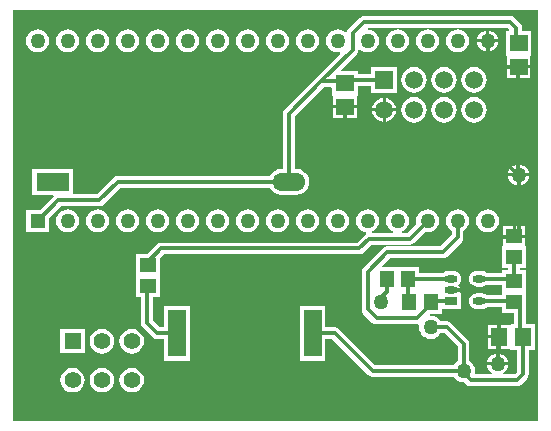
<source format=gbl>
%FSLAX25Y25*%
%MOIN*%
G70*
G01*
G75*
G04 Layer_Physical_Order=2*
G04 Layer_Color=16711680*
%ADD10R,0.04724X0.05512*%
%ADD11R,0.04724X0.04724*%
%ADD12O,0.03937X0.01181*%
%ADD13R,0.03937X0.01181*%
%ADD14R,0.05906X0.05512*%
%ADD15R,0.02992X0.04724*%
%ADD16R,0.05512X0.05906*%
%ADD17C,0.01300*%
%ADD18C,0.01000*%
%ADD19R,0.05906X0.05906*%
%ADD20C,0.05906*%
%ADD21R,0.11000X0.06000*%
%ADD22O,0.11000X0.06000*%
%ADD23R,0.05000X0.05000*%
%ADD24C,0.05000*%
%ADD25C,0.05512*%
%ADD26R,0.05512X0.05512*%
%ADD27R,0.05512X0.04724*%
%ADD28R,0.05906X0.15748*%
%ADD29O,0.04331X0.02559*%
%ADD30R,0.04331X0.02559*%
G36*
X177409Y2362D02*
X2409D01*
Y139332D01*
X177409D01*
Y2362D01*
D02*
G37*
%LPC*%
G36*
X70542Y72791D02*
X69550Y72661D01*
X68625Y72278D01*
X67831Y71669D01*
X67222Y70875D01*
X66839Y69951D01*
X66709Y68959D01*
X66839Y67967D01*
X67222Y67042D01*
X67831Y66249D01*
X68625Y65639D01*
X69550Y65257D01*
X70542Y65126D01*
X71534Y65257D01*
X72458Y65639D01*
X73252Y66249D01*
X73861Y67042D01*
X74244Y67967D01*
X74375Y68959D01*
X74244Y69951D01*
X73861Y70875D01*
X73252Y71669D01*
X72458Y72278D01*
X71534Y72661D01*
X70542Y72791D01*
D02*
G37*
G36*
X80542D02*
X79550Y72661D01*
X78625Y72278D01*
X77832Y71669D01*
X77222Y70875D01*
X76840Y69951D01*
X76709Y68959D01*
X76840Y67967D01*
X77222Y67042D01*
X77832Y66249D01*
X78625Y65639D01*
X79550Y65257D01*
X80542Y65126D01*
X81534Y65257D01*
X82458Y65639D01*
X83252Y66249D01*
X83861Y67042D01*
X84244Y67967D01*
X84374Y68959D01*
X84244Y69951D01*
X83861Y70875D01*
X83252Y71669D01*
X82458Y72278D01*
X81534Y72661D01*
X80542Y72791D01*
D02*
G37*
G36*
X90542D02*
X89550Y72661D01*
X88625Y72278D01*
X87831Y71669D01*
X87222Y70875D01*
X86839Y69951D01*
X86709Y68959D01*
X86839Y67967D01*
X87222Y67042D01*
X87831Y66249D01*
X88625Y65639D01*
X89550Y65257D01*
X90542Y65126D01*
X91534Y65257D01*
X92458Y65639D01*
X93252Y66249D01*
X93861Y67042D01*
X94244Y67967D01*
X94375Y68959D01*
X94244Y69951D01*
X93861Y70875D01*
X93252Y71669D01*
X92458Y72278D01*
X91534Y72661D01*
X90542Y72791D01*
D02*
G37*
G36*
X60542D02*
X59550Y72661D01*
X58625Y72278D01*
X57832Y71669D01*
X57222Y70875D01*
X56840Y69951D01*
X56709Y68959D01*
X56840Y67967D01*
X57222Y67042D01*
X57832Y66249D01*
X58625Y65639D01*
X59550Y65257D01*
X60542Y65126D01*
X61534Y65257D01*
X62458Y65639D01*
X63252Y66249D01*
X63861Y67042D01*
X64244Y67967D01*
X64375Y68959D01*
X64244Y69951D01*
X63861Y70875D01*
X63252Y71669D01*
X62458Y72278D01*
X61534Y72661D01*
X60542Y72791D01*
D02*
G37*
G36*
X30542D02*
X29550Y72661D01*
X28625Y72278D01*
X27832Y71669D01*
X27222Y70875D01*
X26840Y69951D01*
X26709Y68959D01*
X26840Y67967D01*
X27222Y67042D01*
X27832Y66249D01*
X28625Y65639D01*
X29550Y65257D01*
X30542Y65126D01*
X31534Y65257D01*
X32458Y65639D01*
X33252Y66249D01*
X33861Y67042D01*
X34244Y67967D01*
X34374Y68959D01*
X34244Y69951D01*
X33861Y70875D01*
X33252Y71669D01*
X32458Y72278D01*
X31534Y72661D01*
X30542Y72791D01*
D02*
G37*
G36*
X40542D02*
X39550Y72661D01*
X38625Y72278D01*
X37832Y71669D01*
X37222Y70875D01*
X36840Y69951D01*
X36709Y68959D01*
X36840Y67967D01*
X37222Y67042D01*
X37832Y66249D01*
X38625Y65639D01*
X39550Y65257D01*
X40542Y65126D01*
X41534Y65257D01*
X42458Y65639D01*
X43252Y66249D01*
X43861Y67042D01*
X44244Y67967D01*
X44374Y68959D01*
X44244Y69951D01*
X43861Y70875D01*
X43252Y71669D01*
X42458Y72278D01*
X41534Y72661D01*
X40542Y72791D01*
D02*
G37*
G36*
X50542D02*
X49550Y72661D01*
X48625Y72278D01*
X47831Y71669D01*
X47222Y70875D01*
X46839Y69951D01*
X46709Y68959D01*
X46839Y67967D01*
X47222Y67042D01*
X47831Y66249D01*
X48625Y65639D01*
X49550Y65257D01*
X50542Y65126D01*
X51534Y65257D01*
X52458Y65639D01*
X53252Y66249D01*
X53861Y67042D01*
X54244Y67967D01*
X54374Y68959D01*
X54244Y69951D01*
X53861Y70875D01*
X53252Y71669D01*
X52458Y72278D01*
X51534Y72661D01*
X50542Y72791D01*
D02*
G37*
G36*
X100542D02*
X99550Y72661D01*
X98625Y72278D01*
X97831Y71669D01*
X97222Y70875D01*
X96839Y69951D01*
X96709Y68959D01*
X96839Y67967D01*
X97222Y67042D01*
X97831Y66249D01*
X98625Y65639D01*
X99550Y65257D01*
X100542Y65126D01*
X101534Y65257D01*
X102458Y65639D01*
X103252Y66249D01*
X103861Y67042D01*
X104244Y67967D01*
X104375Y68959D01*
X104244Y69951D01*
X103861Y70875D01*
X103252Y71669D01*
X102458Y72278D01*
X101534Y72661D01*
X100542Y72791D01*
D02*
G37*
G36*
X170409Y87796D02*
X169995Y87742D01*
X169144Y87389D01*
X168413Y86828D01*
X167852Y86097D01*
X167499Y85245D01*
X167445Y84832D01*
X170409D01*
Y87796D01*
D02*
G37*
G36*
X171409D02*
Y84832D01*
X174373D01*
X174319Y85245D01*
X173966Y86097D01*
X173405Y86828D01*
X172674Y87389D01*
X171823Y87742D01*
X171409Y87796D01*
D02*
G37*
G36*
X136042Y110248D02*
X134932Y110102D01*
X133897Y109674D01*
X133009Y108992D01*
X132327Y108103D01*
X131898Y107069D01*
X131752Y105959D01*
X131898Y104849D01*
X132327Y103814D01*
X133009Y102926D01*
X133897Y102244D01*
X134932Y101815D01*
X136042Y101669D01*
X137152Y101815D01*
X138186Y102244D01*
X139075Y102926D01*
X139756Y103814D01*
X140185Y104849D01*
X140331Y105959D01*
X140185Y107069D01*
X139756Y108103D01*
X139075Y108992D01*
X138186Y109674D01*
X137152Y110102D01*
X136042Y110248D01*
D02*
G37*
G36*
X174373Y83832D02*
X171409D01*
Y80867D01*
X171823Y80922D01*
X172674Y81274D01*
X173405Y81835D01*
X173966Y82566D01*
X174319Y83418D01*
X174373Y83832D01*
D02*
G37*
G36*
X110542Y72791D02*
X109550Y72661D01*
X108625Y72278D01*
X107832Y71669D01*
X107222Y70875D01*
X106840Y69951D01*
X106709Y68959D01*
X106840Y67967D01*
X107222Y67042D01*
X107832Y66249D01*
X108625Y65639D01*
X109550Y65257D01*
X110542Y65126D01*
X111534Y65257D01*
X112458Y65639D01*
X113252Y66249D01*
X113861Y67042D01*
X114244Y67967D01*
X114374Y68959D01*
X114244Y69951D01*
X113861Y70875D01*
X113252Y71669D01*
X112458Y72278D01*
X111534Y72661D01*
X110542Y72791D01*
D02*
G37*
G36*
X160542D02*
X159550Y72661D01*
X158625Y72278D01*
X157832Y71669D01*
X157222Y70875D01*
X156840Y69951D01*
X156709Y68959D01*
X156840Y67967D01*
X157222Y67042D01*
X157832Y66249D01*
X158625Y65639D01*
X159550Y65257D01*
X160542Y65126D01*
X161534Y65257D01*
X162458Y65639D01*
X163252Y66249D01*
X163861Y67042D01*
X164244Y67967D01*
X164374Y68959D01*
X164244Y69951D01*
X163861Y70875D01*
X163252Y71669D01*
X162458Y72278D01*
X161534Y72661D01*
X160542Y72791D01*
D02*
G37*
G36*
X170409Y83832D02*
X167445D01*
X167499Y83418D01*
X167852Y82566D01*
X168413Y81835D01*
X169144Y81274D01*
X169995Y80922D01*
X170409Y80867D01*
Y83832D01*
D02*
G37*
G36*
X163409Y24796D02*
X162995Y24742D01*
X162144Y24389D01*
X161413Y23828D01*
X160852Y23097D01*
X160499Y22245D01*
X160445Y21832D01*
X163409D01*
Y24796D01*
D02*
G37*
G36*
X164409D02*
Y21832D01*
X167373D01*
X167319Y22245D01*
X166966Y23097D01*
X166405Y23828D01*
X165674Y24389D01*
X164823Y24742D01*
X164409Y24796D01*
D02*
G37*
G36*
X32072Y32949D02*
X31013Y32809D01*
X30027Y32401D01*
X29179Y31751D01*
X28529Y30903D01*
X28120Y29917D01*
X27981Y28858D01*
X28120Y27799D01*
X28529Y26812D01*
X29179Y25965D01*
X30027Y25315D01*
X31013Y24906D01*
X32072Y24767D01*
X33131Y24906D01*
X34117Y25315D01*
X34965Y25965D01*
X35615Y26812D01*
X36024Y27799D01*
X36163Y28858D01*
X36024Y29917D01*
X35615Y30903D01*
X34965Y31751D01*
X34117Y32401D01*
X33131Y32809D01*
X32072Y32949D01*
D02*
G37*
G36*
X150542Y72791D02*
X149550Y72661D01*
X148625Y72278D01*
X147831Y71669D01*
X147222Y70875D01*
X146839Y69951D01*
X146709Y68959D01*
X146839Y67967D01*
X147222Y67042D01*
X147831Y66249D01*
X148554Y65694D01*
Y64282D01*
X144718Y60447D01*
X127042D01*
X126281Y60296D01*
X125636Y59865D01*
X119136Y53365D01*
X118705Y52719D01*
X118553Y51959D01*
Y39459D01*
X118705Y38698D01*
X119136Y38053D01*
X122136Y35053D01*
X122781Y34622D01*
X123542Y34470D01*
X136874D01*
X137375Y34570D01*
X137804Y34179D01*
X137709Y33459D01*
X137839Y32467D01*
X138222Y31542D01*
X138831Y30749D01*
X139625Y30139D01*
X140550Y29757D01*
X141542Y29626D01*
X142534Y29757D01*
X143458Y30139D01*
X144252Y30749D01*
X144806Y31471D01*
X146218D01*
X150554Y27135D01*
Y22223D01*
X149831Y21669D01*
X149277Y20947D01*
X123049D01*
X111091Y32906D01*
X110445Y33337D01*
X109685Y33488D01*
X106528D01*
Y40674D01*
X98023D01*
Y22326D01*
X106528D01*
Y29512D01*
X108861D01*
X120820Y17553D01*
X121465Y17122D01*
X122226Y16971D01*
X149277D01*
X149831Y16249D01*
X150625Y15639D01*
X151550Y15257D01*
X152542Y15126D01*
X152773Y15156D01*
X153503Y14426D01*
X154148Y13995D01*
X154909Y13843D01*
X170409D01*
X171170Y13995D01*
X171815Y14426D01*
X173752Y16363D01*
X174183Y17008D01*
X174334Y17769D01*
Y26079D01*
X176402D01*
Y34584D01*
X173397D01*
Y38126D01*
X173465D01*
Y45213D01*
Y52537D01*
X171397D01*
Y53126D01*
X173465D01*
Y60137D01*
X173465Y60257D01*
Y60451D01*
Y60451D01*
X173165Y60826D01*
Y60950D01*
Y63375D01*
X165653D01*
Y60950D01*
Y60826D01*
X165353Y60451D01*
Y60451D01*
Y60257D01*
X165353Y60137D01*
Y53126D01*
X167421D01*
Y52537D01*
X165353D01*
Y51687D01*
X160298D01*
X159953Y51952D01*
X159325Y52212D01*
X158652Y52301D01*
X156880D01*
X156207Y52212D01*
X155579Y51952D01*
X155041Y51539D01*
X154627Y51000D01*
X154367Y50372D01*
X154278Y49699D01*
X154367Y49025D01*
X154627Y48398D01*
X155041Y47859D01*
X155579Y47446D01*
X156207Y47186D01*
X156880Y47097D01*
X158652D01*
X159325Y47186D01*
X159953Y47446D01*
X160298Y47711D01*
X165353D01*
Y45213D01*
Y44207D01*
X160298D01*
X159953Y44472D01*
X159325Y44732D01*
X158652Y44820D01*
X156880D01*
X156207Y44732D01*
X155579Y44472D01*
X155041Y44058D01*
X154627Y43519D01*
X154367Y42892D01*
X154278Y42219D01*
X154367Y41545D01*
X154627Y40918D01*
X155041Y40379D01*
X155579Y39965D01*
X156207Y39705D01*
X156880Y39617D01*
X158652D01*
X159325Y39705D01*
X159953Y39965D01*
X160298Y40230D01*
X165353D01*
Y38126D01*
X169421D01*
Y34938D01*
X169067Y34584D01*
X168604D01*
X168483Y34584D01*
X168290D01*
X168290D01*
X167914Y34284D01*
X167790D01*
X164972D01*
Y30332D01*
Y26379D01*
X167790D01*
X167914D01*
X168290Y26079D01*
X168290D01*
X168483D01*
X168604Y26079D01*
X170358D01*
Y18592D01*
X169586Y17820D01*
X165873D01*
X165745Y18111D01*
X165733Y18320D01*
X166405Y18835D01*
X166966Y19567D01*
X167319Y20418D01*
X167373Y20832D01*
X160445D01*
X160499Y20418D01*
X160852Y19567D01*
X161413Y18835D01*
X162085Y18320D01*
X162073Y18111D01*
X161945Y17820D01*
X156692D01*
X156290Y18320D01*
X156375Y18959D01*
X156244Y19951D01*
X155861Y20875D01*
X155252Y21669D01*
X154530Y22223D01*
Y27959D01*
X154378Y28719D01*
X153947Y29365D01*
X148448Y34865D01*
X147802Y35296D01*
X147042Y35447D01*
X144806D01*
X144252Y36169D01*
X143458Y36778D01*
X142534Y37161D01*
X141601Y37284D01*
X141464Y37459D01*
X141321Y37767D01*
X141410Y37903D01*
X145247D01*
Y39639D01*
X151783D01*
Y44798D01*
X151725D01*
X151396Y45298D01*
X151428Y45459D01*
X148317D01*
Y46459D01*
X151428D01*
X151350Y46848D01*
X150847Y47602D01*
X151143Y47990D01*
X151456Y48398D01*
X151716Y49025D01*
X151805Y49699D01*
X151716Y50372D01*
X151456Y51000D01*
X151043Y51539D01*
X150504Y51952D01*
X149876Y52212D01*
X149203Y52301D01*
X147431D01*
X146758Y52212D01*
X146131Y51952D01*
X145785Y51687D01*
X137747D01*
Y53515D01*
X125563D01*
X125371Y53977D01*
X127865Y56471D01*
X145542D01*
X146302Y56622D01*
X146948Y57053D01*
X151947Y62053D01*
X152378Y62698D01*
X152530Y63459D01*
Y65694D01*
X153252Y66249D01*
X153861Y67042D01*
X154244Y67967D01*
X154375Y68959D01*
X154244Y69951D01*
X153861Y70875D01*
X153252Y71669D01*
X152458Y72278D01*
X151534Y72661D01*
X150542Y72791D01*
D02*
G37*
G36*
X22229Y19957D02*
X21171Y19817D01*
X20184Y19409D01*
X19337Y18759D01*
X18687Y17911D01*
X18278Y16925D01*
X18138Y15866D01*
X18278Y14807D01*
X18687Y13821D01*
X19337Y12973D01*
X20184Y12323D01*
X21171Y11914D01*
X22229Y11775D01*
X23288Y11914D01*
X24275Y12323D01*
X25122Y12973D01*
X25772Y13821D01*
X26181Y14807D01*
X26320Y15866D01*
X26181Y16925D01*
X25772Y17911D01*
X25122Y18759D01*
X24275Y19409D01*
X23288Y19817D01*
X22229Y19957D01*
D02*
G37*
G36*
X32072D02*
X31013Y19817D01*
X30027Y19409D01*
X29179Y18759D01*
X28529Y17911D01*
X28120Y16925D01*
X27981Y15866D01*
X28120Y14807D01*
X28529Y13821D01*
X29179Y12973D01*
X30027Y12323D01*
X31013Y11914D01*
X32072Y11775D01*
X33131Y11914D01*
X34117Y12323D01*
X34965Y12973D01*
X35615Y13821D01*
X36024Y14807D01*
X36163Y15866D01*
X36024Y16925D01*
X35615Y17911D01*
X34965Y18759D01*
X34117Y19409D01*
X33131Y19817D01*
X32072Y19957D01*
D02*
G37*
G36*
X41915D02*
X40856Y19817D01*
X39869Y19409D01*
X39022Y18759D01*
X38372Y17911D01*
X37963Y16925D01*
X37824Y15866D01*
X37963Y14807D01*
X38372Y13821D01*
X39022Y12973D01*
X39869Y12323D01*
X40856Y11914D01*
X41915Y11775D01*
X42973Y11914D01*
X43960Y12323D01*
X44807Y12973D01*
X45457Y13821D01*
X45866Y14807D01*
X46005Y15866D01*
X45866Y16925D01*
X45457Y17911D01*
X44807Y18759D01*
X43960Y19409D01*
X42973Y19817D01*
X41915Y19957D01*
D02*
G37*
G36*
Y32949D02*
X40856Y32809D01*
X39869Y32401D01*
X39022Y31751D01*
X38372Y30903D01*
X37963Y29917D01*
X37824Y28858D01*
X37963Y27799D01*
X38372Y26812D01*
X39022Y25965D01*
X39869Y25315D01*
X40856Y24906D01*
X41915Y24767D01*
X42973Y24906D01*
X43960Y25315D01*
X44807Y25965D01*
X45457Y26812D01*
X45866Y27799D01*
X46005Y28858D01*
X45866Y29917D01*
X45457Y30903D01*
X44807Y31751D01*
X43960Y32401D01*
X42973Y32809D01*
X41915Y32949D01*
D02*
G37*
G36*
X173165Y67237D02*
X169909D01*
Y64375D01*
X173165D01*
Y67237D01*
D02*
G37*
G36*
X140542Y72791D02*
X139550Y72661D01*
X138625Y72278D01*
X137831Y71669D01*
X137222Y70875D01*
X136839Y69951D01*
X136709Y68959D01*
X136828Y68056D01*
X133718Y64947D01*
X132093D01*
X131993Y65447D01*
X132458Y65639D01*
X133252Y66249D01*
X133861Y67042D01*
X134244Y67967D01*
X134374Y68959D01*
X134244Y69951D01*
X133861Y70875D01*
X133252Y71669D01*
X132458Y72278D01*
X131534Y72661D01*
X130542Y72791D01*
X129550Y72661D01*
X128625Y72278D01*
X127831Y71669D01*
X127222Y70875D01*
X126839Y69951D01*
X126709Y68959D01*
X126839Y67967D01*
X127222Y67042D01*
X127831Y66249D01*
X128625Y65639D01*
X129090Y65447D01*
X128991Y64947D01*
X122093D01*
X121993Y65447D01*
X122458Y65639D01*
X123252Y66249D01*
X123861Y67042D01*
X124244Y67967D01*
X124374Y68959D01*
X124244Y69951D01*
X123861Y70875D01*
X123252Y71669D01*
X122458Y72278D01*
X121534Y72661D01*
X120542Y72791D01*
X119550Y72661D01*
X118625Y72278D01*
X117832Y71669D01*
X117222Y70875D01*
X116840Y69951D01*
X116709Y68959D01*
X116840Y67967D01*
X117222Y67042D01*
X117832Y66249D01*
X118625Y65639D01*
X119550Y65257D01*
X119980Y65200D01*
X120102Y64679D01*
X119630Y64365D01*
X117023Y61757D01*
X51846D01*
X51085Y61605D01*
X50440Y61174D01*
X47303Y58037D01*
X43353D01*
Y50713D01*
Y43626D01*
X45012D01*
Y35000D01*
X45163Y34239D01*
X45594Y33594D01*
X49094Y30094D01*
X49739Y29663D01*
X50500Y29512D01*
X52747D01*
Y22326D01*
X61253D01*
Y40674D01*
X52747D01*
Y33488D01*
X51323D01*
X48988Y35824D01*
Y43626D01*
X51465D01*
Y50713D01*
Y56576D01*
X52670Y57780D01*
X117846D01*
X118607Y57932D01*
X119252Y58363D01*
X121860Y60970D01*
X134542D01*
X135302Y61122D01*
X135948Y61553D01*
X139639Y65245D01*
X140542Y65126D01*
X141534Y65257D01*
X142458Y65639D01*
X143252Y66249D01*
X143861Y67042D01*
X144244Y67967D01*
X144375Y68959D01*
X144244Y69951D01*
X143861Y70875D01*
X143252Y71669D01*
X142458Y72278D01*
X141534Y72661D01*
X140542Y72791D01*
D02*
G37*
G36*
X20542D02*
X19550Y72661D01*
X18625Y72278D01*
X17831Y71669D01*
X17222Y70875D01*
X16839Y69951D01*
X16709Y68959D01*
X16839Y67967D01*
X17222Y67042D01*
X17831Y66249D01*
X18625Y65639D01*
X19550Y65257D01*
X20542Y65126D01*
X21534Y65257D01*
X22458Y65639D01*
X23252Y66249D01*
X23861Y67042D01*
X24244Y67967D01*
X24374Y68959D01*
X24244Y69951D01*
X23861Y70875D01*
X23252Y71669D01*
X22458Y72278D01*
X21534Y72661D01*
X20542Y72791D01*
D02*
G37*
G36*
X168909Y67237D02*
X165653D01*
Y64375D01*
X168909D01*
Y67237D01*
D02*
G37*
G36*
X26285Y32914D02*
X18173D01*
Y24802D01*
X26285D01*
Y32914D01*
D02*
G37*
G36*
X163972Y29832D02*
X160716D01*
Y26379D01*
X163972D01*
Y29832D01*
D02*
G37*
G36*
Y34284D02*
X160716D01*
Y30832D01*
X163972D01*
Y34284D01*
D02*
G37*
G36*
X70542Y132791D02*
X69550Y132661D01*
X68625Y132278D01*
X67831Y131669D01*
X67222Y130875D01*
X66839Y129951D01*
X66709Y128959D01*
X66839Y127967D01*
X67222Y127042D01*
X67831Y126249D01*
X68625Y125639D01*
X69550Y125257D01*
X70542Y125126D01*
X71534Y125257D01*
X72458Y125639D01*
X73252Y126249D01*
X73861Y127042D01*
X74244Y127967D01*
X74375Y128959D01*
X74244Y129951D01*
X73861Y130875D01*
X73252Y131669D01*
X72458Y132278D01*
X71534Y132661D01*
X70542Y132791D01*
D02*
G37*
G36*
X80542D02*
X79550Y132661D01*
X78625Y132278D01*
X77832Y131669D01*
X77222Y130875D01*
X76840Y129951D01*
X76709Y128959D01*
X76840Y127967D01*
X77222Y127042D01*
X77832Y126249D01*
X78625Y125639D01*
X79550Y125257D01*
X80542Y125126D01*
X81534Y125257D01*
X82458Y125639D01*
X83252Y126249D01*
X83861Y127042D01*
X84244Y127967D01*
X84374Y128959D01*
X84244Y129951D01*
X83861Y130875D01*
X83252Y131669D01*
X82458Y132278D01*
X81534Y132661D01*
X80542Y132791D01*
D02*
G37*
G36*
X90542D02*
X89550Y132661D01*
X88625Y132278D01*
X87831Y131669D01*
X87222Y130875D01*
X86839Y129951D01*
X86709Y128959D01*
X86839Y127967D01*
X87222Y127042D01*
X87831Y126249D01*
X88625Y125639D01*
X89550Y125257D01*
X90542Y125126D01*
X91534Y125257D01*
X92458Y125639D01*
X93252Y126249D01*
X93861Y127042D01*
X94244Y127967D01*
X94375Y128959D01*
X94244Y129951D01*
X93861Y130875D01*
X93252Y131669D01*
X92458Y132278D01*
X91534Y132661D01*
X90542Y132791D01*
D02*
G37*
G36*
X60542D02*
X59550Y132661D01*
X58625Y132278D01*
X57832Y131669D01*
X57222Y130875D01*
X56840Y129951D01*
X56709Y128959D01*
X56840Y127967D01*
X57222Y127042D01*
X57832Y126249D01*
X58625Y125639D01*
X59550Y125257D01*
X60542Y125126D01*
X61534Y125257D01*
X62458Y125639D01*
X63252Y126249D01*
X63861Y127042D01*
X64244Y127967D01*
X64375Y128959D01*
X64244Y129951D01*
X63861Y130875D01*
X63252Y131669D01*
X62458Y132278D01*
X61534Y132661D01*
X60542Y132791D01*
D02*
G37*
G36*
X30542D02*
X29550Y132661D01*
X28625Y132278D01*
X27832Y131669D01*
X27222Y130875D01*
X26840Y129951D01*
X26709Y128959D01*
X26840Y127967D01*
X27222Y127042D01*
X27832Y126249D01*
X28625Y125639D01*
X29550Y125257D01*
X30542Y125126D01*
X31534Y125257D01*
X32458Y125639D01*
X33252Y126249D01*
X33861Y127042D01*
X34244Y127967D01*
X34374Y128959D01*
X34244Y129951D01*
X33861Y130875D01*
X33252Y131669D01*
X32458Y132278D01*
X31534Y132661D01*
X30542Y132791D01*
D02*
G37*
G36*
X40542D02*
X39550Y132661D01*
X38625Y132278D01*
X37832Y131669D01*
X37222Y130875D01*
X36840Y129951D01*
X36709Y128959D01*
X36840Y127967D01*
X37222Y127042D01*
X37832Y126249D01*
X38625Y125639D01*
X39550Y125257D01*
X40542Y125126D01*
X41534Y125257D01*
X42458Y125639D01*
X43252Y126249D01*
X43861Y127042D01*
X44244Y127967D01*
X44374Y128959D01*
X44244Y129951D01*
X43861Y130875D01*
X43252Y131669D01*
X42458Y132278D01*
X41534Y132661D01*
X40542Y132791D01*
D02*
G37*
G36*
X50542D02*
X49550Y132661D01*
X48625Y132278D01*
X47831Y131669D01*
X47222Y130875D01*
X46839Y129951D01*
X46709Y128959D01*
X46839Y127967D01*
X47222Y127042D01*
X47831Y126249D01*
X48625Y125639D01*
X49550Y125257D01*
X50542Y125126D01*
X51534Y125257D01*
X52458Y125639D01*
X53252Y126249D01*
X53861Y127042D01*
X54244Y127967D01*
X54374Y128959D01*
X54244Y129951D01*
X53861Y130875D01*
X53252Y131669D01*
X52458Y132278D01*
X51534Y132661D01*
X50542Y132791D01*
D02*
G37*
G36*
X100542D02*
X99550Y132661D01*
X98625Y132278D01*
X97831Y131669D01*
X97222Y130875D01*
X96839Y129951D01*
X96709Y128959D01*
X96839Y127967D01*
X97222Y127042D01*
X97831Y126249D01*
X98625Y125639D01*
X99550Y125257D01*
X100542Y125126D01*
X101534Y125257D01*
X102458Y125639D01*
X103252Y126249D01*
X103861Y127042D01*
X104244Y127967D01*
X104375Y128959D01*
X104244Y129951D01*
X103861Y130875D01*
X103252Y131669D01*
X102458Y132278D01*
X101534Y132661D01*
X100542Y132791D01*
D02*
G37*
G36*
X164006Y128459D02*
X161042D01*
Y125494D01*
X161455Y125549D01*
X162307Y125901D01*
X163038Y126462D01*
X163599Y127194D01*
X163952Y128045D01*
X164006Y128459D01*
D02*
G37*
G36*
X160042Y132423D02*
X159628Y132369D01*
X158777Y132016D01*
X158045Y131455D01*
X157484Y130724D01*
X157132Y129872D01*
X157077Y129459D01*
X160042D01*
Y132423D01*
D02*
G37*
G36*
X161042D02*
Y129459D01*
X164006D01*
X163952Y129872D01*
X163599Y130724D01*
X163038Y131455D01*
X162307Y132016D01*
X161455Y132369D01*
X161042Y132423D01*
D02*
G37*
G36*
X160042Y128459D02*
X157077D01*
X157132Y128045D01*
X157484Y127194D01*
X158045Y126462D01*
X158777Y125901D01*
X159628Y125549D01*
X160042Y125494D01*
Y128459D01*
D02*
G37*
G36*
X130542Y132791D02*
X129550Y132661D01*
X128625Y132278D01*
X127831Y131669D01*
X127222Y130875D01*
X126839Y129951D01*
X126709Y128959D01*
X126839Y127967D01*
X127222Y127042D01*
X127831Y126249D01*
X128625Y125639D01*
X129550Y125257D01*
X130542Y125126D01*
X131534Y125257D01*
X132458Y125639D01*
X133252Y126249D01*
X133861Y127042D01*
X134244Y127967D01*
X134374Y128959D01*
X134244Y129951D01*
X133861Y130875D01*
X133252Y131669D01*
X132458Y132278D01*
X131534Y132661D01*
X130542Y132791D01*
D02*
G37*
G36*
X140542D02*
X139550Y132661D01*
X138625Y132278D01*
X137831Y131669D01*
X137222Y130875D01*
X136839Y129951D01*
X136709Y128959D01*
X136839Y127967D01*
X137222Y127042D01*
X137831Y126249D01*
X138625Y125639D01*
X139550Y125257D01*
X140542Y125126D01*
X141534Y125257D01*
X142458Y125639D01*
X143252Y126249D01*
X143861Y127042D01*
X144244Y127967D01*
X144375Y128959D01*
X144244Y129951D01*
X143861Y130875D01*
X143252Y131669D01*
X142458Y132278D01*
X141534Y132661D01*
X140542Y132791D01*
D02*
G37*
G36*
X150542D02*
X149550Y132661D01*
X148625Y132278D01*
X147831Y131669D01*
X147222Y130875D01*
X146839Y129951D01*
X146709Y128959D01*
X146839Y127967D01*
X147222Y127042D01*
X147831Y126249D01*
X148625Y125639D01*
X149550Y125257D01*
X150542Y125126D01*
X151534Y125257D01*
X152458Y125639D01*
X153252Y126249D01*
X153861Y127042D01*
X154244Y127967D01*
X154375Y128959D01*
X154244Y129951D01*
X153861Y130875D01*
X153252Y131669D01*
X152458Y132278D01*
X151534Y132661D01*
X150542Y132791D01*
D02*
G37*
G36*
X20542D02*
X19550Y132661D01*
X18625Y132278D01*
X17831Y131669D01*
X17222Y130875D01*
X16839Y129951D01*
X16709Y128959D01*
X16839Y127967D01*
X17222Y127042D01*
X17831Y126249D01*
X18625Y125639D01*
X19550Y125257D01*
X20542Y125126D01*
X21534Y125257D01*
X22458Y125639D01*
X23252Y126249D01*
X23861Y127042D01*
X24244Y127967D01*
X24374Y128959D01*
X24244Y129951D01*
X23861Y130875D01*
X23252Y131669D01*
X22458Y132278D01*
X21534Y132661D01*
X20542Y132791D01*
D02*
G37*
G36*
X112542Y106522D02*
X109089D01*
Y103266D01*
X112542D01*
Y106522D01*
D02*
G37*
G36*
X116994D02*
X113542D01*
Y103266D01*
X116994D01*
Y106522D01*
D02*
G37*
G36*
X125542Y109880D02*
X125010Y109810D01*
X124048Y109411D01*
X123222Y108778D01*
X122589Y107952D01*
X122191Y106991D01*
X122121Y106459D01*
X125542D01*
Y109880D01*
D02*
G37*
G36*
X129963Y105459D02*
X126542D01*
Y102038D01*
X127074Y102108D01*
X128035Y102506D01*
X128861Y103140D01*
X129494Y103965D01*
X129893Y104927D01*
X129963Y105459D01*
D02*
G37*
G36*
X146042Y110248D02*
X144931Y110102D01*
X143897Y109674D01*
X143009Y108992D01*
X142327Y108103D01*
X141898Y107069D01*
X141752Y105959D01*
X141898Y104849D01*
X142327Y103814D01*
X143009Y102926D01*
X143897Y102244D01*
X144931Y101815D01*
X146042Y101669D01*
X147152Y101815D01*
X148186Y102244D01*
X149075Y102926D01*
X149756Y103814D01*
X150185Y104849D01*
X150331Y105959D01*
X150185Y107069D01*
X149756Y108103D01*
X149075Y108992D01*
X148186Y109674D01*
X147152Y110102D01*
X146042Y110248D01*
D02*
G37*
G36*
X156042D02*
X154931Y110102D01*
X153897Y109674D01*
X153009Y108992D01*
X152327Y108103D01*
X151898Y107069D01*
X151752Y105959D01*
X151898Y104849D01*
X152327Y103814D01*
X153009Y102926D01*
X153897Y102244D01*
X154931Y101815D01*
X156042Y101669D01*
X157152Y101815D01*
X158186Y102244D01*
X159075Y102926D01*
X159756Y103814D01*
X160185Y104849D01*
X160331Y105959D01*
X160185Y107069D01*
X159756Y108103D01*
X159075Y108992D01*
X158186Y109674D01*
X157152Y110102D01*
X156042Y110248D01*
D02*
G37*
G36*
X125542Y105459D02*
X122121D01*
X122191Y104927D01*
X122589Y103965D01*
X123222Y103140D01*
X124048Y102506D01*
X125010Y102108D01*
X125542Y102038D01*
Y105459D01*
D02*
G37*
G36*
X126542Y109880D02*
Y106459D01*
X129963D01*
X129893Y106991D01*
X129494Y107952D01*
X128861Y108778D01*
X128035Y109411D01*
X127074Y109810D01*
X126542Y109880D01*
D02*
G37*
G36*
X174862Y119895D02*
X171409D01*
Y116639D01*
X174862D01*
Y119895D01*
D02*
G37*
G36*
X168106Y137320D02*
X119415D01*
X118654Y137168D01*
X118009Y136737D01*
X114136Y132865D01*
X113705Y132220D01*
X113654Y131966D01*
X113553Y131891D01*
X113108Y131780D01*
X112458Y132278D01*
X111534Y132661D01*
X110542Y132791D01*
X109550Y132661D01*
X108625Y132278D01*
X107832Y131669D01*
X107222Y130875D01*
X106840Y129951D01*
X106709Y128959D01*
X106840Y127967D01*
X107222Y127042D01*
X107832Y126249D01*
X108625Y125639D01*
X109550Y125257D01*
X110542Y125126D01*
X111288Y125224D01*
X111522Y124751D01*
X103636Y116865D01*
X92876Y106105D01*
X92445Y105460D01*
X92294Y104699D01*
Y86296D01*
X91782D01*
X90659Y86148D01*
X89613Y85715D01*
X88715Y85026D01*
X88026Y84127D01*
X87951Y83947D01*
X37248D01*
X36487Y83796D01*
X35842Y83365D01*
X30298Y77820D01*
X22342D01*
Y86259D01*
X8742D01*
Y77659D01*
X15819D01*
X15930Y77159D01*
X11530Y72759D01*
X6742D01*
Y65159D01*
X14342D01*
Y69947D01*
X18238Y73843D01*
X31121D01*
X31882Y73995D01*
X32527Y74426D01*
X38072Y79971D01*
X87951D01*
X88026Y79790D01*
X88715Y78892D01*
X89613Y78203D01*
X90659Y77769D01*
X91782Y77622D01*
X96782D01*
X97904Y77769D01*
X98950Y78203D01*
X99849Y78892D01*
X100538Y79790D01*
X100971Y80836D01*
X101119Y81959D01*
X100971Y83081D01*
X100538Y84127D01*
X99849Y85026D01*
X98950Y85715D01*
X97904Y86148D01*
X96782Y86296D01*
X96270D01*
Y103875D01*
X105865Y113470D01*
X108435D01*
X108789Y113117D01*
Y111153D01*
X108789Y111033D01*
Y110840D01*
Y110840D01*
X109089Y110464D01*
Y110340D01*
Y107522D01*
X116994D01*
Y110340D01*
Y110464D01*
X117294Y110840D01*
Y110840D01*
Y111033D01*
X117294Y111153D01*
Y113970D01*
X121789D01*
Y111706D01*
X130294D01*
Y120211D01*
X121789D01*
Y117947D01*
X117294D01*
Y118952D01*
X112000D01*
X111808Y119413D01*
X116947Y124553D01*
X117378Y125198D01*
X117513Y125876D01*
X117752Y126020D01*
X118030Y126096D01*
X118625Y125639D01*
X119550Y125257D01*
X120542Y125126D01*
X121534Y125257D01*
X122458Y125639D01*
X123252Y126249D01*
X123861Y127042D01*
X124244Y127967D01*
X124374Y128959D01*
X124244Y129951D01*
X123861Y130875D01*
X123252Y131669D01*
X122458Y132278D01*
X121534Y132661D01*
X120822Y132755D01*
X120555Y133273D01*
X120599Y133343D01*
X167282D01*
X167801Y132825D01*
X167594Y132325D01*
X166656D01*
Y124526D01*
X166656Y124406D01*
Y124213D01*
Y124213D01*
X166956Y123837D01*
Y123713D01*
Y120895D01*
X174862D01*
Y123713D01*
Y123837D01*
X175162Y124213D01*
Y124213D01*
Y124406D01*
X175162Y124526D01*
Y132325D01*
X172017D01*
Y133409D01*
X171865Y134169D01*
X171434Y134815D01*
X169512Y136737D01*
X168867Y137168D01*
X168106Y137320D01*
D02*
G37*
G36*
X10542Y132791D02*
X9550Y132661D01*
X8625Y132278D01*
X7831Y131669D01*
X7222Y130875D01*
X6840Y129951D01*
X6709Y128959D01*
X6840Y127967D01*
X7222Y127042D01*
X7831Y126249D01*
X8625Y125639D01*
X9550Y125257D01*
X10542Y125126D01*
X11534Y125257D01*
X12458Y125639D01*
X13252Y126249D01*
X13861Y127042D01*
X14244Y127967D01*
X14374Y128959D01*
X14244Y129951D01*
X13861Y130875D01*
X13252Y131669D01*
X12458Y132278D01*
X11534Y132661D01*
X10542Y132791D01*
D02*
G37*
G36*
X170409Y119895D02*
X166956D01*
Y116639D01*
X170409D01*
Y119895D01*
D02*
G37*
G36*
X136042Y120248D02*
X134932Y120102D01*
X133897Y119674D01*
X133009Y118992D01*
X132327Y118103D01*
X131898Y117069D01*
X131752Y115959D01*
X131898Y114848D01*
X132327Y113814D01*
X133009Y112926D01*
X133897Y112244D01*
X134932Y111815D01*
X136042Y111669D01*
X137152Y111815D01*
X138186Y112244D01*
X139075Y112926D01*
X139756Y113814D01*
X140185Y114848D01*
X140331Y115959D01*
X140185Y117069D01*
X139756Y118103D01*
X139075Y118992D01*
X138186Y119674D01*
X137152Y120102D01*
X136042Y120248D01*
D02*
G37*
G36*
X146042D02*
X144931Y120102D01*
X143897Y119674D01*
X143009Y118992D01*
X142327Y118103D01*
X141898Y117069D01*
X141752Y115959D01*
X141898Y114848D01*
X142327Y113814D01*
X143009Y112926D01*
X143897Y112244D01*
X144931Y111815D01*
X146042Y111669D01*
X147152Y111815D01*
X148186Y112244D01*
X149075Y112926D01*
X149756Y113814D01*
X150185Y114848D01*
X150331Y115959D01*
X150185Y117069D01*
X149756Y118103D01*
X149075Y118992D01*
X148186Y119674D01*
X147152Y120102D01*
X146042Y120248D01*
D02*
G37*
G36*
X156042D02*
X154931Y120102D01*
X153897Y119674D01*
X153009Y118992D01*
X152327Y118103D01*
X151898Y117069D01*
X151752Y115959D01*
X151898Y114848D01*
X152327Y113814D01*
X153009Y112926D01*
X153897Y112244D01*
X154931Y111815D01*
X156042Y111669D01*
X157152Y111815D01*
X158186Y112244D01*
X159075Y112926D01*
X159756Y113814D01*
X160185Y114848D01*
X160331Y115959D01*
X160185Y117069D01*
X159756Y118103D01*
X159075Y118992D01*
X158186Y119674D01*
X157152Y120102D01*
X156042Y120248D01*
D02*
G37*
%LPD*%
D10*
X141585Y41959D02*
D03*
X134498D02*
D03*
X134085Y49459D02*
D03*
X126998D02*
D03*
D14*
X113042Y107022D02*
D03*
Y114896D02*
D03*
X170909Y120395D02*
D03*
Y128269D02*
D03*
D16*
X164472Y30332D02*
D03*
X172346D02*
D03*
D17*
X122226Y18959D02*
X152542D01*
X109685Y31500D02*
X122226Y18959D01*
X102276Y31500D02*
X109685D01*
X47000Y35000D02*
Y46879D01*
Y35000D02*
X50500Y31500D01*
X57000D01*
X115909Y96832D02*
X158042D01*
X113042Y99699D02*
X115909Y96832D01*
X170409Y15832D02*
X172346Y17769D01*
X154909Y15832D02*
X170409D01*
X152542Y18199D02*
X154909Y15832D01*
X163909Y21332D02*
Y27269D01*
X152542Y18199D02*
Y18959D01*
X113042Y99699D02*
Y107022D01*
X169409Y41788D02*
X171409Y39788D01*
Y29832D02*
Y39788D01*
Y29832D02*
X172346Y28895D01*
Y17769D02*
Y28895D01*
X153042Y40459D02*
X156669Y36832D01*
X161909D01*
X164472Y34269D01*
Y27832D02*
Y34269D01*
X105042Y115459D02*
X115542Y125959D01*
Y131459D01*
X113042Y114896D02*
X114105Y115959D01*
X105042Y115459D02*
X112479D01*
X94282Y104699D02*
X105042Y115459D01*
X94282Y81959D02*
Y104699D01*
X114105Y115959D02*
X126042D01*
X152542Y18959D02*
Y27959D01*
X147042Y33459D02*
X152542Y27959D01*
X141542Y33459D02*
X147042D01*
X126998Y45415D02*
Y49459D01*
X125042Y43459D02*
X126998Y45415D01*
X125042Y41959D02*
Y43459D01*
X134085Y42372D02*
Y49459D01*
X134325Y49699D01*
X148317D01*
X141585Y41170D02*
Y41959D01*
X136874Y36459D02*
X141585Y41170D01*
X123542Y36459D02*
X136874D01*
X120542Y39459D02*
X123542Y36459D01*
X141845Y42219D02*
X148317D01*
X120542Y39459D02*
Y51959D01*
X37248Y81959D02*
X94282D01*
X134542Y62959D02*
X140542Y68959D01*
X121036Y62959D02*
X134542D01*
X150542Y63459D02*
Y68959D01*
X145542Y58459D02*
X150542Y63459D01*
X127042Y58459D02*
X145542D01*
X120542Y51959D02*
X127042Y58459D01*
X153042Y45959D02*
Y55959D01*
Y40459D02*
Y45959D01*
X148317D02*
X153042D01*
X148317Y42219D02*
X148585Y41951D01*
X157766Y49699D02*
X168585D01*
X169409Y48875D01*
Y56788D01*
X157766Y42219D02*
X168979D01*
X153042Y55959D02*
X160585Y63502D01*
X171042D01*
X10542Y68959D02*
X17414Y75832D01*
X31121D01*
X37248Y81959D01*
X51846Y59769D02*
X117846D01*
X121036Y62959D01*
X115542Y131459D02*
X119415Y135332D01*
X168106D01*
X170029Y133409D01*
Y129149D02*
Y133409D01*
X160542Y122964D02*
Y128959D01*
Y122964D02*
X163174Y120332D01*
X170846D01*
Y84395D02*
Y120332D01*
X171042Y63502D02*
Y83832D01*
X158042Y96832D02*
X170725Y84148D01*
X47366Y55288D02*
X51846Y59769D01*
D19*
X126042Y115959D02*
D03*
D20*
X136042D02*
D03*
X156042D02*
D03*
X146042Y105959D02*
D03*
Y115959D02*
D03*
X156042Y105959D02*
D03*
X136042D02*
D03*
X126042D02*
D03*
D21*
X15542Y81959D02*
D03*
D22*
X94282D02*
D03*
D23*
X10542Y68959D02*
D03*
D24*
X20542D02*
D03*
X30542D02*
D03*
X40542D02*
D03*
X50542D02*
D03*
X60542D02*
D03*
X70542D02*
D03*
X80542D02*
D03*
X90542D02*
D03*
X100542D02*
D03*
X110542D02*
D03*
X120542D02*
D03*
X130542D02*
D03*
X140542D02*
D03*
X150542D02*
D03*
X160542D02*
D03*
Y128959D02*
D03*
X150542D02*
D03*
X140542D02*
D03*
X130542D02*
D03*
X120542D02*
D03*
X110542D02*
D03*
X100542D02*
D03*
X90542D02*
D03*
X80542D02*
D03*
X70542D02*
D03*
X60542D02*
D03*
X50542D02*
D03*
X40542D02*
D03*
X30542D02*
D03*
X20542D02*
D03*
X10542D02*
D03*
X170909Y84332D02*
D03*
X163909Y21332D02*
D03*
X141542Y33459D02*
D03*
X152542Y18959D02*
D03*
X125042Y41959D02*
D03*
D25*
X41915Y15866D02*
D03*
X32072D02*
D03*
X22229D02*
D03*
X32072Y28858D02*
D03*
X41915D02*
D03*
D26*
X22229D02*
D03*
D27*
X169409Y48875D02*
D03*
Y41788D02*
D03*
X169409Y56788D02*
D03*
Y63875D02*
D03*
X47409Y54375D02*
D03*
Y47288D02*
D03*
D28*
X57000Y31500D02*
D03*
X102276D02*
D03*
D29*
X157766Y42219D02*
D03*
Y49699D02*
D03*
X148317D02*
D03*
Y45959D02*
D03*
D30*
Y42219D02*
D03*
M02*

</source>
